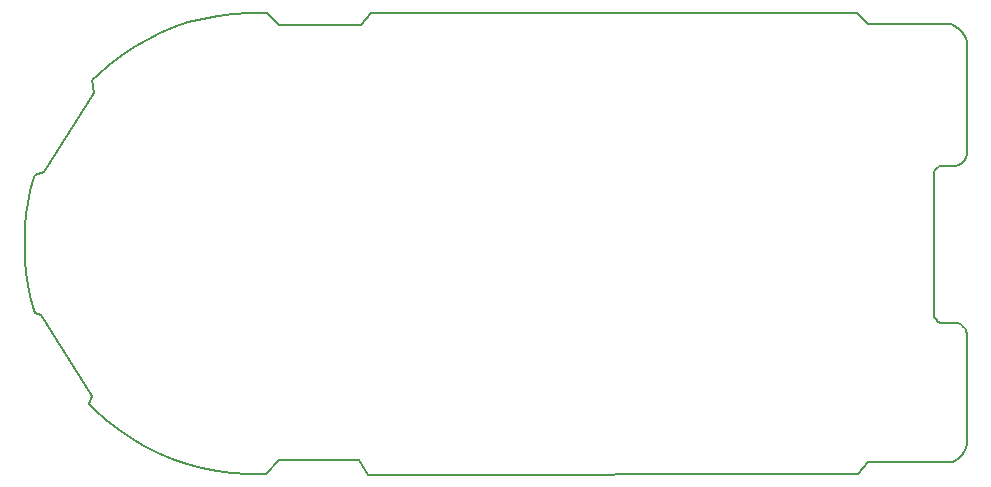
<source format=gko>
G04*
G04 #@! TF.GenerationSoftware,Altium Limited,Altium Designer,22.2.1 (43)*
G04*
G04 Layer_Color=16711935*
%FSLAX25Y25*%
%MOIN*%
G70*
G04*
G04 #@! TF.SameCoordinates,6C9F7B6B-14DB-4A3D-A1FA-6D2C2168172C*
G04*
G04*
G04 #@! TF.FilePolarity,Positive*
G04*
G01*
G75*
%ADD17C,0.00600*%
D17*
X82464Y155714D02*
X86450Y151727D01*
X78740Y155710D02*
X82464Y155714D01*
X76219Y155710D02*
X78740Y155710D01*
X71195Y155381D02*
X76219Y155710D01*
X66202Y154724D02*
X71195Y155381D01*
X61264Y153742D02*
X66202Y154724D01*
X56400Y152440D02*
X61264Y153742D01*
X51631Y150822D02*
X56400Y152440D01*
X46979Y148897D02*
X51631Y150822D01*
X42462Y146671D02*
X46979Y148897D01*
X38100Y144155D02*
X42462Y146671D01*
X33913Y141360D02*
X38100Y144155D01*
X29916Y138296D02*
X33913Y141360D01*
X26129Y134979D02*
X29916Y138296D01*
X24406Y133257D02*
X26129Y134979D01*
X24406Y133257D02*
X25093Y128822D01*
X8156Y102742D02*
X25093Y128822D01*
X5244Y101604D02*
X8156Y102742D01*
X4715Y99916D02*
X5244Y101604D01*
X3734Y96128D02*
X4715Y99916D01*
X2948Y92296D02*
X3734Y96128D01*
X2357Y88429D02*
X2948Y92296D01*
X1964Y84536D02*
X2357Y88429D01*
X1768Y80629D02*
X1964Y84536D01*
X1768Y80629D02*
X1772Y76717D01*
X1974Y72810D01*
X2374Y68918D01*
X2972Y65052D01*
X3765Y61221D01*
X4752Y57435D01*
X5289Y55731D01*
X7314Y54904D01*
X24153Y27894D01*
X23383Y25262D02*
X24153Y27894D01*
X23383Y25262D02*
X25163Y23418D01*
X28982Y19960D01*
X33022Y16765D01*
X37268Y13847D01*
X41699Y11220D01*
X46296Y8895D01*
X51038Y6882D01*
X55903Y5191D01*
X60871Y3829D01*
X65919Y2802D01*
X71025Y2114D01*
X76165Y1770D01*
X78740D01*
X78794Y1778D01*
X82283Y1778D01*
X86673Y6537D01*
X113122Y6537D01*
X116147Y1755D01*
X279668Y1768D01*
X282891Y5797D01*
X310438D01*
X310785Y5866D01*
X312069Y6398D01*
X313224Y7170D01*
X314207Y8153D01*
X314979Y9309D01*
X315511Y10593D01*
X315782Y11956D01*
X315782Y12651D02*
X315782Y11956D01*
X315781Y48216D02*
X315782Y12651D01*
X315781Y48216D02*
X315808Y48281D01*
X315812Y48384D01*
X315808Y48507D02*
X315812Y48384D01*
X315801Y48630D02*
X315808Y48507D01*
X315789Y48752D02*
X315801Y48630D01*
X315781Y48813D02*
X315789Y48752D01*
X315780Y48873D02*
X315781Y48813D01*
X315714Y49263D02*
X315780Y48873D01*
X315488Y49921D02*
X315714Y49263D01*
X315150Y50529D02*
X315488Y49921D01*
X314710Y51068D02*
X315150Y50529D01*
X314182Y51521D02*
X314710Y51068D01*
X313583Y51873D02*
X314182Y51521D01*
X312931Y52114D02*
X313583Y51873D01*
X312246Y52237D02*
X312931Y52114D01*
X311898Y52237D02*
X312246Y52237D01*
X311847Y52230D02*
X311898Y52237D01*
X307658Y52230D02*
X311847Y52230D01*
X307127Y52299D02*
X307658Y52230D01*
X306171Y52717D02*
X307127Y52299D01*
X305436Y53457D02*
X306171Y52717D01*
X305025Y54417D02*
X305436Y53457D01*
X304961Y54937D02*
X305025Y54417D01*
X304961Y54937D02*
X304961Y55089D01*
Y101774D01*
X304966Y102072D01*
X305054Y102610D01*
X305245Y103121D01*
X305532Y103586D01*
X305904Y103985D01*
X306347Y104304D01*
X306844Y104530D01*
X307375Y104655D01*
X307647Y104678D01*
X311911Y104678D01*
X312314Y104678D01*
X313070Y104828D01*
X313782Y105123D01*
X314423Y105552D01*
X314968Y106097D01*
X315397Y106738D01*
X315692Y107450D01*
X315842Y108206D01*
Y108592D01*
X315842Y145289D02*
X315842Y108592D01*
X315835Y145341D02*
X315842Y145289D01*
X315786Y145995D02*
X315835Y145341D01*
X315489Y147211D02*
X315786Y145995D01*
X314982Y148356D02*
X315489Y147211D01*
X314282Y149394D02*
X314982Y148356D01*
X313410Y150292D02*
X314282Y149394D01*
X312394Y151023D02*
X313410Y150292D01*
X311265Y151564D02*
X312394Y151023D01*
X310471Y151783D02*
X311265Y151564D01*
X282814Y151783D02*
X310471Y151783D01*
X279286Y155713D02*
X282814Y151783D01*
X139203Y155713D02*
X279286Y155713D01*
X117210Y155713D02*
X139203D01*
X113901Y151727D02*
X117210Y155713D01*
X86450Y151727D02*
X113901D01*
M02*

</source>
